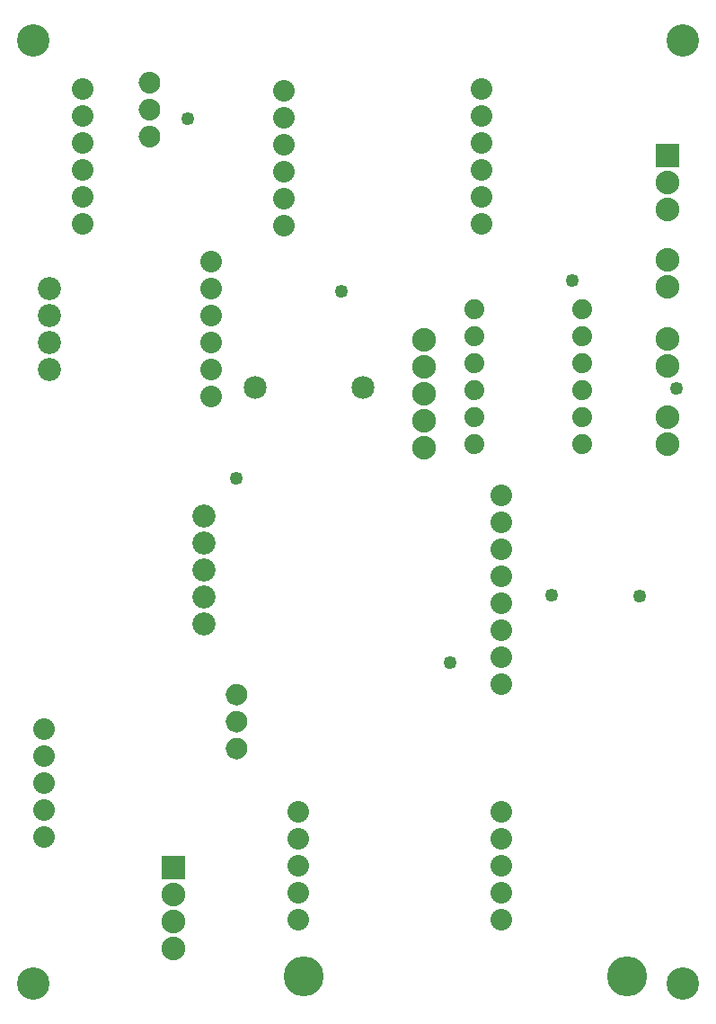
<source format=gts>
G04 MADE WITH FRITZING*
G04 WWW.FRITZING.ORG*
G04 DOUBLE SIDED*
G04 HOLES PLATED*
G04 CONTOUR ON CENTER OF CONTOUR VECTOR*
%ASAXBY*%
%FSLAX23Y23*%
%MOIN*%
%OFA0B0*%
%SFA1.0B1.0*%
%ADD10C,0.049370*%
%ADD11C,0.080000*%
%ADD12C,0.088000*%
%ADD13C,0.085000*%
%ADD14C,0.074000*%
%ADD15C,0.148425*%
%ADD16C,0.086000*%
%ADD17C,0.120236*%
%ADD18R,0.088000X0.088000*%
%ADD19R,0.001000X0.001000*%
%LNMASK1*%
G90*
G70*
G54D10*
X657Y3291D03*
X1227Y2651D03*
X839Y1960D03*
X2084Y2691D03*
X2472Y2291D03*
X2335Y1521D03*
G54D11*
X1537Y2272D03*
X1537Y2472D03*
X1537Y2172D03*
X1537Y2372D03*
X1537Y2072D03*
G54D12*
X1536Y2072D03*
X1536Y2172D03*
X1536Y2272D03*
X1536Y2372D03*
X1536Y2472D03*
G54D13*
X1307Y2297D03*
X907Y2297D03*
X1307Y2297D03*
X907Y2297D03*
G54D14*
X1721Y2487D03*
X1721Y2387D03*
X1721Y2287D03*
X1721Y2187D03*
X1721Y2087D03*
X2121Y2087D03*
X2121Y2187D03*
X2121Y2287D03*
X2121Y2387D03*
X2121Y2487D03*
X2121Y2587D03*
X1721Y2587D03*
X1721Y2487D03*
X1721Y2387D03*
X1721Y2287D03*
X1721Y2187D03*
X1721Y2087D03*
X2121Y2087D03*
X2121Y2187D03*
X2121Y2287D03*
X2121Y2387D03*
X2121Y2487D03*
X2121Y2587D03*
X1721Y2587D03*
G54D11*
X124Y1029D03*
X124Y929D03*
X124Y829D03*
X124Y729D03*
X124Y629D03*
G54D12*
X2439Y2477D03*
X2439Y2377D03*
X2438Y2185D03*
X2438Y2085D03*
X2439Y2769D03*
X2439Y2669D03*
X2439Y3156D03*
X2439Y3056D03*
X2439Y2956D03*
G54D15*
X1089Y111D03*
X2289Y111D03*
X1089Y111D03*
X2289Y111D03*
G54D11*
X746Y2763D03*
X746Y2663D03*
X746Y2563D03*
X746Y2463D03*
X746Y2363D03*
X746Y2263D03*
G54D16*
X146Y2663D03*
X146Y2563D03*
X146Y2463D03*
X146Y2363D03*
G54D11*
X746Y2763D03*
X746Y2663D03*
X746Y2563D03*
X746Y2463D03*
X746Y2363D03*
X746Y2263D03*
G54D16*
X146Y2663D03*
X146Y2563D03*
X146Y2463D03*
X146Y2363D03*
X717Y1820D03*
X717Y1720D03*
X717Y1620D03*
X717Y1520D03*
X717Y1420D03*
G54D11*
X1823Y721D03*
X1823Y621D03*
X1823Y521D03*
X1823Y421D03*
X1823Y321D03*
X1067Y721D03*
X1067Y621D03*
X1067Y521D03*
X1067Y421D03*
X1067Y321D03*
X267Y3402D03*
X267Y3302D03*
X267Y3202D03*
X267Y3102D03*
X267Y3002D03*
X267Y2902D03*
X1749Y3401D03*
X1749Y3301D03*
X1749Y3201D03*
X1749Y3101D03*
X1749Y3001D03*
X1749Y2901D03*
X1821Y1896D03*
X1821Y1797D03*
X1821Y1697D03*
X1821Y1597D03*
X1821Y1497D03*
X1821Y1397D03*
X1821Y1297D03*
X1821Y1197D03*
X1016Y3395D03*
X1016Y3295D03*
X1016Y3195D03*
X1016Y3095D03*
X1016Y2995D03*
X1016Y2895D03*
G54D17*
X2496Y86D03*
X2496Y3583D03*
X85Y86D03*
X86Y3583D03*
G54D12*
X605Y516D03*
X605Y416D03*
X605Y316D03*
X605Y216D03*
X605Y516D03*
X605Y416D03*
X605Y316D03*
X605Y216D03*
G54D10*
X1632Y1276D03*
X2008Y1527D03*
G54D18*
X2439Y3156D03*
X605Y516D03*
X605Y516D03*
G54D19*
X512Y3465D02*
X522Y3465D01*
X507Y3464D02*
X527Y3464D01*
X504Y3463D02*
X530Y3463D01*
X501Y3462D02*
X533Y3462D01*
X499Y3461D02*
X535Y3461D01*
X497Y3460D02*
X536Y3460D01*
X496Y3459D02*
X538Y3459D01*
X494Y3458D02*
X540Y3458D01*
X493Y3457D02*
X541Y3457D01*
X492Y3456D02*
X542Y3456D01*
X490Y3455D02*
X543Y3455D01*
X489Y3454D02*
X544Y3454D01*
X488Y3453D02*
X545Y3453D01*
X488Y3452D02*
X546Y3452D01*
X487Y3451D02*
X547Y3451D01*
X486Y3450D02*
X548Y3450D01*
X485Y3449D02*
X549Y3449D01*
X484Y3448D02*
X549Y3448D01*
X484Y3447D02*
X550Y3447D01*
X483Y3446D02*
X551Y3446D01*
X483Y3445D02*
X551Y3445D01*
X482Y3444D02*
X552Y3444D01*
X481Y3443D02*
X552Y3443D01*
X481Y3442D02*
X553Y3442D01*
X481Y3441D02*
X553Y3441D01*
X480Y3440D02*
X554Y3440D01*
X480Y3439D02*
X554Y3439D01*
X479Y3438D02*
X554Y3438D01*
X479Y3437D02*
X555Y3437D01*
X479Y3436D02*
X555Y3436D01*
X479Y3435D02*
X555Y3435D01*
X478Y3434D02*
X555Y3434D01*
X478Y3433D02*
X556Y3433D01*
X478Y3432D02*
X556Y3432D01*
X478Y3431D02*
X556Y3431D01*
X478Y3430D02*
X556Y3430D01*
X478Y3429D02*
X556Y3429D01*
X478Y3428D02*
X556Y3428D01*
X477Y3427D02*
X556Y3427D01*
X477Y3426D02*
X556Y3426D01*
X477Y3425D02*
X556Y3425D01*
X477Y3424D02*
X556Y3424D01*
X478Y3423D02*
X556Y3423D01*
X478Y3422D02*
X556Y3422D01*
X478Y3421D02*
X556Y3421D01*
X478Y3420D02*
X556Y3420D01*
X478Y3419D02*
X556Y3419D01*
X478Y3418D02*
X556Y3418D01*
X478Y3417D02*
X555Y3417D01*
X479Y3416D02*
X555Y3416D01*
X479Y3415D02*
X555Y3415D01*
X479Y3414D02*
X555Y3414D01*
X479Y3413D02*
X554Y3413D01*
X480Y3412D02*
X554Y3412D01*
X480Y3411D02*
X554Y3411D01*
X481Y3410D02*
X553Y3410D01*
X481Y3409D02*
X553Y3409D01*
X481Y3408D02*
X552Y3408D01*
X482Y3407D02*
X552Y3407D01*
X483Y3406D02*
X551Y3406D01*
X483Y3405D02*
X551Y3405D01*
X484Y3404D02*
X550Y3404D01*
X484Y3403D02*
X549Y3403D01*
X485Y3402D02*
X549Y3402D01*
X486Y3401D02*
X548Y3401D01*
X487Y3400D02*
X547Y3400D01*
X488Y3399D02*
X546Y3399D01*
X488Y3398D02*
X545Y3398D01*
X489Y3397D02*
X544Y3397D01*
X490Y3396D02*
X543Y3396D01*
X492Y3395D02*
X542Y3395D01*
X493Y3394D02*
X541Y3394D01*
X494Y3393D02*
X540Y3393D01*
X496Y3392D02*
X538Y3392D01*
X497Y3391D02*
X536Y3391D01*
X499Y3390D02*
X535Y3390D01*
X501Y3389D02*
X533Y3389D01*
X504Y3388D02*
X530Y3388D01*
X507Y3387D02*
X527Y3387D01*
X512Y3386D02*
X522Y3386D01*
X512Y3365D02*
X522Y3365D01*
X507Y3364D02*
X527Y3364D01*
X504Y3363D02*
X530Y3363D01*
X501Y3362D02*
X533Y3362D01*
X499Y3361D02*
X535Y3361D01*
X497Y3360D02*
X536Y3360D01*
X496Y3359D02*
X538Y3359D01*
X494Y3358D02*
X540Y3358D01*
X493Y3357D02*
X541Y3357D01*
X492Y3356D02*
X542Y3356D01*
X490Y3355D02*
X543Y3355D01*
X489Y3354D02*
X544Y3354D01*
X488Y3353D02*
X545Y3353D01*
X487Y3352D02*
X546Y3352D01*
X487Y3351D02*
X547Y3351D01*
X486Y3350D02*
X548Y3350D01*
X485Y3349D02*
X549Y3349D01*
X484Y3348D02*
X549Y3348D01*
X484Y3347D02*
X550Y3347D01*
X483Y3346D02*
X551Y3346D01*
X483Y3345D02*
X551Y3345D01*
X482Y3344D02*
X552Y3344D01*
X481Y3343D02*
X552Y3343D01*
X481Y3342D02*
X553Y3342D01*
X481Y3341D02*
X553Y3341D01*
X480Y3340D02*
X554Y3340D01*
X480Y3339D02*
X554Y3339D01*
X479Y3338D02*
X554Y3338D01*
X479Y3337D02*
X555Y3337D01*
X479Y3336D02*
X555Y3336D01*
X479Y3335D02*
X555Y3335D01*
X478Y3334D02*
X555Y3334D01*
X478Y3333D02*
X556Y3333D01*
X478Y3332D02*
X556Y3332D01*
X478Y3331D02*
X556Y3331D01*
X478Y3330D02*
X556Y3330D01*
X478Y3329D02*
X556Y3329D01*
X478Y3328D02*
X556Y3328D01*
X477Y3327D02*
X556Y3327D01*
X477Y3326D02*
X556Y3326D01*
X477Y3325D02*
X556Y3325D01*
X477Y3324D02*
X556Y3324D01*
X478Y3323D02*
X556Y3323D01*
X478Y3322D02*
X556Y3322D01*
X478Y3321D02*
X556Y3321D01*
X478Y3320D02*
X556Y3320D01*
X478Y3319D02*
X556Y3319D01*
X478Y3318D02*
X556Y3318D01*
X478Y3317D02*
X555Y3317D01*
X479Y3316D02*
X555Y3316D01*
X479Y3315D02*
X555Y3315D01*
X479Y3314D02*
X555Y3314D01*
X479Y3313D02*
X554Y3313D01*
X480Y3312D02*
X554Y3312D01*
X480Y3311D02*
X554Y3311D01*
X481Y3310D02*
X553Y3310D01*
X481Y3309D02*
X553Y3309D01*
X482Y3308D02*
X552Y3308D01*
X482Y3307D02*
X552Y3307D01*
X483Y3306D02*
X551Y3306D01*
X483Y3305D02*
X551Y3305D01*
X484Y3304D02*
X550Y3304D01*
X484Y3303D02*
X549Y3303D01*
X485Y3302D02*
X549Y3302D01*
X486Y3301D02*
X548Y3301D01*
X487Y3300D02*
X547Y3300D01*
X488Y3299D02*
X546Y3299D01*
X488Y3298D02*
X545Y3298D01*
X489Y3297D02*
X544Y3297D01*
X491Y3296D02*
X543Y3296D01*
X492Y3295D02*
X542Y3295D01*
X493Y3294D02*
X541Y3294D01*
X494Y3293D02*
X539Y3293D01*
X496Y3292D02*
X538Y3292D01*
X497Y3291D02*
X536Y3291D01*
X499Y3290D02*
X535Y3290D01*
X501Y3289D02*
X533Y3289D01*
X504Y3288D02*
X530Y3288D01*
X507Y3287D02*
X527Y3287D01*
X512Y3286D02*
X522Y3286D01*
X511Y3265D02*
X522Y3265D01*
X507Y3264D02*
X527Y3264D01*
X504Y3263D02*
X530Y3263D01*
X501Y3262D02*
X533Y3262D01*
X499Y3261D02*
X535Y3261D01*
X497Y3260D02*
X537Y3260D01*
X496Y3259D02*
X538Y3259D01*
X494Y3258D02*
X540Y3258D01*
X493Y3257D02*
X541Y3257D01*
X492Y3256D02*
X542Y3256D01*
X490Y3255D02*
X543Y3255D01*
X489Y3254D02*
X544Y3254D01*
X488Y3253D02*
X545Y3253D01*
X487Y3252D02*
X546Y3252D01*
X487Y3251D02*
X547Y3251D01*
X486Y3250D02*
X548Y3250D01*
X485Y3249D02*
X549Y3249D01*
X484Y3248D02*
X549Y3248D01*
X484Y3247D02*
X550Y3247D01*
X483Y3246D02*
X551Y3246D01*
X483Y3245D02*
X551Y3245D01*
X482Y3244D02*
X552Y3244D01*
X481Y3243D02*
X552Y3243D01*
X481Y3242D02*
X553Y3242D01*
X481Y3241D02*
X553Y3241D01*
X480Y3240D02*
X554Y3240D01*
X480Y3239D02*
X554Y3239D01*
X479Y3238D02*
X554Y3238D01*
X479Y3237D02*
X555Y3237D01*
X479Y3236D02*
X555Y3236D01*
X479Y3235D02*
X555Y3235D01*
X478Y3234D02*
X555Y3234D01*
X478Y3233D02*
X556Y3233D01*
X478Y3232D02*
X556Y3232D01*
X478Y3231D02*
X556Y3231D01*
X478Y3230D02*
X556Y3230D01*
X478Y3229D02*
X556Y3229D01*
X478Y3228D02*
X556Y3228D01*
X477Y3227D02*
X556Y3227D01*
X477Y3226D02*
X556Y3226D01*
X477Y3225D02*
X556Y3225D01*
X477Y3224D02*
X556Y3224D01*
X478Y3223D02*
X556Y3223D01*
X478Y3222D02*
X556Y3222D01*
X478Y3221D02*
X556Y3221D01*
X478Y3220D02*
X556Y3220D01*
X478Y3219D02*
X556Y3219D01*
X478Y3218D02*
X556Y3218D01*
X478Y3217D02*
X555Y3217D01*
X479Y3216D02*
X555Y3216D01*
X479Y3215D02*
X555Y3215D01*
X479Y3214D02*
X555Y3214D01*
X479Y3213D02*
X554Y3213D01*
X480Y3212D02*
X554Y3212D01*
X480Y3211D02*
X554Y3211D01*
X481Y3210D02*
X553Y3210D01*
X481Y3209D02*
X553Y3209D01*
X482Y3208D02*
X552Y3208D01*
X482Y3207D02*
X552Y3207D01*
X483Y3206D02*
X551Y3206D01*
X483Y3205D02*
X551Y3205D01*
X484Y3204D02*
X550Y3204D01*
X484Y3203D02*
X549Y3203D01*
X485Y3202D02*
X549Y3202D01*
X486Y3201D02*
X548Y3201D01*
X487Y3200D02*
X547Y3200D01*
X488Y3199D02*
X546Y3199D01*
X488Y3198D02*
X545Y3198D01*
X489Y3197D02*
X544Y3197D01*
X491Y3196D02*
X543Y3196D01*
X492Y3195D02*
X542Y3195D01*
X493Y3194D02*
X541Y3194D01*
X494Y3193D02*
X539Y3193D01*
X496Y3192D02*
X538Y3192D01*
X497Y3191D02*
X536Y3191D01*
X499Y3190D02*
X535Y3190D01*
X501Y3189D02*
X533Y3189D01*
X504Y3188D02*
X530Y3188D01*
X507Y3187D02*
X527Y3187D01*
X512Y3186D02*
X522Y3186D01*
X835Y1196D02*
X844Y1196D01*
X830Y1195D02*
X849Y1195D01*
X827Y1194D02*
X852Y1194D01*
X824Y1193D02*
X855Y1193D01*
X822Y1192D02*
X857Y1192D01*
X820Y1191D02*
X859Y1191D01*
X819Y1190D02*
X861Y1190D01*
X817Y1189D02*
X862Y1189D01*
X816Y1188D02*
X863Y1188D01*
X814Y1187D02*
X865Y1187D01*
X813Y1186D02*
X866Y1186D01*
X812Y1185D02*
X867Y1185D01*
X811Y1184D02*
X868Y1184D01*
X810Y1183D02*
X869Y1183D01*
X809Y1182D02*
X870Y1182D01*
X809Y1181D02*
X870Y1181D01*
X808Y1180D02*
X871Y1180D01*
X807Y1179D02*
X872Y1179D01*
X807Y1178D02*
X873Y1178D01*
X806Y1177D02*
X873Y1177D01*
X805Y1176D02*
X874Y1176D01*
X805Y1175D02*
X874Y1175D01*
X804Y1174D02*
X875Y1174D01*
X804Y1173D02*
X875Y1173D01*
X803Y1172D02*
X876Y1172D01*
X803Y1171D02*
X876Y1171D01*
X803Y1170D02*
X877Y1170D01*
X802Y1169D02*
X877Y1169D01*
X802Y1168D02*
X877Y1168D01*
X802Y1167D02*
X878Y1167D01*
X801Y1166D02*
X878Y1166D01*
X801Y1165D02*
X878Y1165D01*
X801Y1164D02*
X878Y1164D01*
X801Y1163D02*
X878Y1163D01*
X801Y1162D02*
X879Y1162D01*
X800Y1161D02*
X879Y1161D01*
X800Y1160D02*
X879Y1160D01*
X800Y1159D02*
X879Y1159D01*
X800Y1158D02*
X879Y1158D01*
X800Y1157D02*
X879Y1157D01*
X800Y1156D02*
X879Y1156D01*
X800Y1155D02*
X879Y1155D01*
X800Y1154D02*
X879Y1154D01*
X800Y1153D02*
X879Y1153D01*
X800Y1152D02*
X879Y1152D01*
X801Y1151D02*
X879Y1151D01*
X801Y1150D02*
X878Y1150D01*
X801Y1149D02*
X878Y1149D01*
X801Y1148D02*
X878Y1148D01*
X801Y1147D02*
X878Y1147D01*
X802Y1146D02*
X878Y1146D01*
X802Y1145D02*
X877Y1145D01*
X802Y1144D02*
X877Y1144D01*
X802Y1143D02*
X877Y1143D01*
X803Y1142D02*
X876Y1142D01*
X803Y1141D02*
X876Y1141D01*
X804Y1140D02*
X876Y1140D01*
X804Y1139D02*
X875Y1139D01*
X805Y1138D02*
X875Y1138D01*
X805Y1137D02*
X874Y1137D01*
X806Y1136D02*
X873Y1136D01*
X806Y1135D02*
X873Y1135D01*
X807Y1134D02*
X872Y1134D01*
X808Y1133D02*
X871Y1133D01*
X808Y1132D02*
X871Y1132D01*
X809Y1131D02*
X870Y1131D01*
X810Y1130D02*
X869Y1130D01*
X811Y1129D02*
X868Y1129D01*
X812Y1128D02*
X867Y1128D01*
X813Y1127D02*
X866Y1127D01*
X814Y1126D02*
X865Y1126D01*
X815Y1125D02*
X864Y1125D01*
X817Y1124D02*
X862Y1124D01*
X818Y1123D02*
X861Y1123D01*
X820Y1122D02*
X859Y1122D01*
X821Y1121D02*
X858Y1121D01*
X824Y1120D02*
X856Y1120D01*
X826Y1119D02*
X853Y1119D01*
X829Y1118D02*
X850Y1118D01*
X834Y1117D02*
X845Y1117D01*
X835Y1096D02*
X844Y1096D01*
X830Y1095D02*
X849Y1095D01*
X827Y1094D02*
X852Y1094D01*
X824Y1093D02*
X855Y1093D01*
X822Y1092D02*
X857Y1092D01*
X820Y1091D02*
X859Y1091D01*
X819Y1090D02*
X861Y1090D01*
X817Y1089D02*
X862Y1089D01*
X816Y1088D02*
X863Y1088D01*
X814Y1087D02*
X865Y1087D01*
X813Y1086D02*
X866Y1086D01*
X812Y1085D02*
X867Y1085D01*
X811Y1084D02*
X868Y1084D01*
X810Y1083D02*
X869Y1083D01*
X809Y1082D02*
X870Y1082D01*
X809Y1081D02*
X870Y1081D01*
X808Y1080D02*
X871Y1080D01*
X807Y1079D02*
X872Y1079D01*
X807Y1078D02*
X873Y1078D01*
X806Y1077D02*
X873Y1077D01*
X805Y1076D02*
X874Y1076D01*
X805Y1075D02*
X874Y1075D01*
X804Y1074D02*
X875Y1074D01*
X804Y1073D02*
X875Y1073D01*
X803Y1072D02*
X876Y1072D01*
X803Y1071D02*
X876Y1071D01*
X803Y1070D02*
X877Y1070D01*
X802Y1069D02*
X877Y1069D01*
X802Y1068D02*
X877Y1068D01*
X802Y1067D02*
X878Y1067D01*
X801Y1066D02*
X878Y1066D01*
X801Y1065D02*
X878Y1065D01*
X801Y1064D02*
X878Y1064D01*
X801Y1063D02*
X878Y1063D01*
X801Y1062D02*
X879Y1062D01*
X800Y1061D02*
X879Y1061D01*
X800Y1060D02*
X879Y1060D01*
X800Y1059D02*
X879Y1059D01*
X800Y1058D02*
X879Y1058D01*
X800Y1057D02*
X879Y1057D01*
X800Y1056D02*
X879Y1056D01*
X800Y1055D02*
X879Y1055D01*
X800Y1054D02*
X879Y1054D01*
X800Y1053D02*
X879Y1053D01*
X800Y1052D02*
X879Y1052D01*
X801Y1051D02*
X879Y1051D01*
X801Y1050D02*
X878Y1050D01*
X801Y1049D02*
X878Y1049D01*
X801Y1048D02*
X878Y1048D01*
X801Y1047D02*
X878Y1047D01*
X802Y1046D02*
X878Y1046D01*
X802Y1045D02*
X877Y1045D01*
X802Y1044D02*
X877Y1044D01*
X802Y1043D02*
X877Y1043D01*
X803Y1042D02*
X876Y1042D01*
X803Y1041D02*
X876Y1041D01*
X804Y1040D02*
X876Y1040D01*
X804Y1039D02*
X875Y1039D01*
X805Y1038D02*
X875Y1038D01*
X805Y1037D02*
X874Y1037D01*
X806Y1036D02*
X873Y1036D01*
X806Y1035D02*
X873Y1035D01*
X807Y1034D02*
X872Y1034D01*
X808Y1033D02*
X871Y1033D01*
X809Y1032D02*
X871Y1032D01*
X809Y1031D02*
X870Y1031D01*
X810Y1030D02*
X869Y1030D01*
X811Y1029D02*
X868Y1029D01*
X812Y1028D02*
X867Y1028D01*
X813Y1027D02*
X866Y1027D01*
X814Y1026D02*
X865Y1026D01*
X815Y1025D02*
X864Y1025D01*
X817Y1024D02*
X862Y1024D01*
X818Y1023D02*
X861Y1023D01*
X820Y1022D02*
X859Y1022D01*
X822Y1021D02*
X858Y1021D01*
X824Y1020D02*
X856Y1020D01*
X826Y1019D02*
X853Y1019D01*
X829Y1018D02*
X850Y1018D01*
X834Y1017D02*
X845Y1017D01*
X835Y996D02*
X844Y996D01*
X830Y995D02*
X849Y995D01*
X827Y994D02*
X853Y994D01*
X824Y993D02*
X855Y993D01*
X822Y992D02*
X857Y992D01*
X820Y991D02*
X859Y991D01*
X819Y990D02*
X861Y990D01*
X817Y989D02*
X862Y989D01*
X816Y988D02*
X863Y988D01*
X814Y987D02*
X865Y987D01*
X813Y986D02*
X866Y986D01*
X812Y985D02*
X867Y985D01*
X811Y984D02*
X868Y984D01*
X810Y983D02*
X869Y983D01*
X809Y982D02*
X870Y982D01*
X809Y981D02*
X871Y981D01*
X808Y980D02*
X871Y980D01*
X807Y979D02*
X872Y979D01*
X807Y978D02*
X873Y978D01*
X806Y977D02*
X873Y977D01*
X805Y976D02*
X874Y976D01*
X805Y975D02*
X874Y975D01*
X804Y974D02*
X875Y974D01*
X804Y973D02*
X875Y973D01*
X803Y972D02*
X876Y972D01*
X803Y971D02*
X876Y971D01*
X803Y970D02*
X877Y970D01*
X802Y969D02*
X877Y969D01*
X802Y968D02*
X877Y968D01*
X802Y967D02*
X878Y967D01*
X801Y966D02*
X878Y966D01*
X801Y965D02*
X878Y965D01*
X801Y964D02*
X878Y964D01*
X801Y963D02*
X878Y963D01*
X801Y962D02*
X879Y962D01*
X800Y961D02*
X879Y961D01*
X800Y960D02*
X879Y960D01*
X800Y959D02*
X879Y959D01*
X800Y958D02*
X879Y958D01*
X800Y957D02*
X879Y957D01*
X800Y956D02*
X879Y956D01*
X800Y955D02*
X879Y955D01*
X800Y954D02*
X879Y954D01*
X800Y953D02*
X879Y953D01*
X800Y952D02*
X879Y952D01*
X801Y951D02*
X879Y951D01*
X801Y950D02*
X878Y950D01*
X801Y949D02*
X878Y949D01*
X801Y948D02*
X878Y948D01*
X801Y947D02*
X878Y947D01*
X802Y946D02*
X878Y946D01*
X802Y945D02*
X877Y945D01*
X802Y944D02*
X877Y944D01*
X802Y943D02*
X877Y943D01*
X803Y942D02*
X876Y942D01*
X803Y941D02*
X876Y941D01*
X804Y940D02*
X876Y940D01*
X804Y939D02*
X875Y939D01*
X805Y938D02*
X875Y938D01*
X805Y937D02*
X874Y937D01*
X806Y936D02*
X873Y936D01*
X806Y935D02*
X873Y935D01*
X807Y934D02*
X872Y934D01*
X808Y933D02*
X871Y933D01*
X809Y932D02*
X871Y932D01*
X809Y931D02*
X870Y931D01*
X810Y930D02*
X869Y930D01*
X811Y929D02*
X868Y929D01*
X812Y928D02*
X867Y928D01*
X813Y927D02*
X866Y927D01*
X814Y926D02*
X865Y926D01*
X815Y925D02*
X864Y925D01*
X817Y924D02*
X862Y924D01*
X818Y923D02*
X861Y923D01*
X820Y922D02*
X859Y922D01*
X822Y921D02*
X858Y921D01*
X824Y920D02*
X855Y920D01*
X826Y919D02*
X853Y919D01*
X829Y918D02*
X850Y918D01*
X834Y917D02*
X845Y917D01*
D02*
G04 End of Mask1*
M02*
</source>
